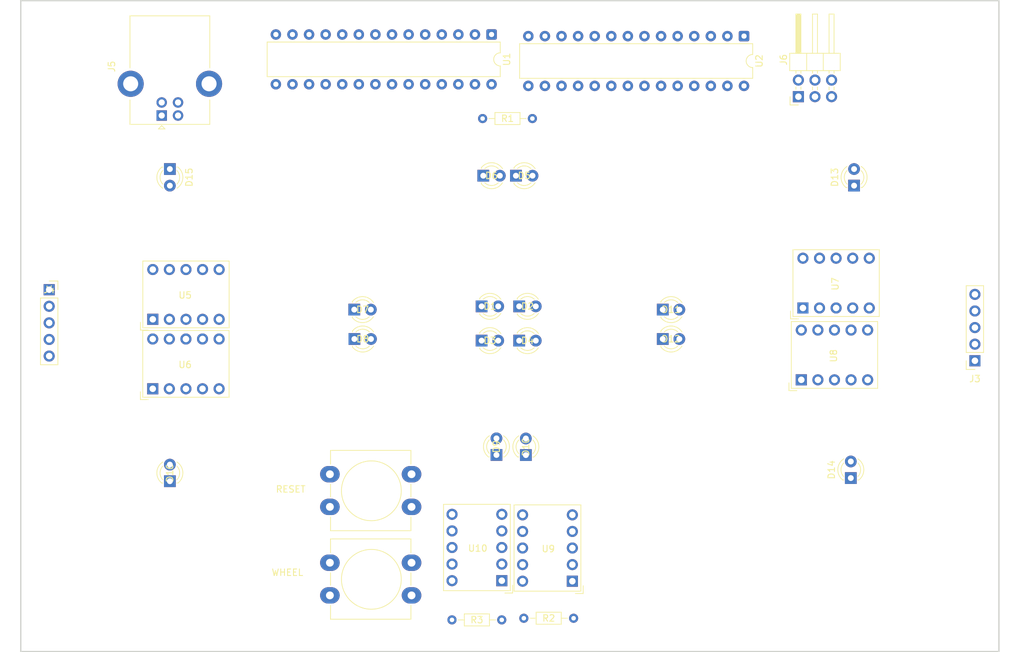
<source format=kicad_pcb>
(kicad_pcb (version 20241229) (generator "pcbnew") (generator_version "9.0")
  (layers (0 "F.Cu" signal) (2 "B.Cu" signal) (13 "F.Paste" user) (15 "B.Paste" user) (5 "F.SilkS" user "F.Silkscreen") (7 "B.SilkS" user "B.Silkscreen") (1 "F.Mask" user) (3 "B.Mask" user) (25 "Edge.Cuts" user))
  (net 0 "")
  (net 1 "/A")
  (net 2 "/DIG6")
  (net 3 "/B")
  (net 4 "/C")
  (net 5 "/D")
  (net 6 "/E")
  (net 7 "/F")
  (net 8 "/DP")
  (net 9 "/DIG7")
  (net 11 "GND")
  (net 12 "+5V")
  (net 14 "SCK")
  (net 15 "Reset")
  (net 16 "MISO")
  (net 17 "MOSI")
  (net 18 "Net-(U1-ISET)")
  (net 19 "/DIG3")
  (net 20 "/LOAD")
  (net 21 "/DIG1")
  (net 22 "/DIG5")
  (net 24 "/G")
  (net 25 "/DIG2")
  (net 26 "/DIG0")
  (net 27 "/DIG4")
  (net 28 "/PD0")
  (net 30 "/PD3")
  (net 32 "/PD1")
  (net 33 "/PD2")
  (net 39 "/PD6")
  (net 41 "/PD5")
  (net 42 "/PD4")
  (net 43 "/PD7")
  (net 44 "/PB0")
  (net 45 "/PB1")
  (footprint "LED_THT:LED_D3.0mm_Clear" (layer "F.Cu") (at 123 76.23 -90)
    (property "Reference" "D15" (at 1.27 -2.96 90) (layer "F.SilkS"))
    (property "Value" "LED")
    (fp_line (start -0.29 1.08) (end -0.29 1.236) (stroke (width 0.12)) (layer "F.SilkS"))
    (fp_line (start -0.29 -1.236) (end -0.29 -1.08) (stroke (width 0.12)) (layer "F.SilkS"))
    (fp_arc (start 2.941397 1.080061) (mid 1.365624 1.987701) (end -0.29 1.235516) (stroke (width 0.12)) (layer "F.SilkS"))
    (fp_arc (start 2.31091 1.080049) (mid 1.269964 1.5) (end 0.229039 1.08) (stroke (width 0.12)) (layer "F.SilkS"))
    (fp_arc (start 0.229039 -1.08) (mid 1.269964 -1.5) (end 2.31091 -1.080049) (stroke (width 0.12)) (layer "F.SilkS"))
    (fp_arc (start -0.29 -1.235516) (mid 1.365624 -1.987701) (end 2.941397 -1.080061) (stroke (width 0.12)) (layer "F.SilkS"))
    (pad "1" thru_hole rect (at 0 0 270) (size 1.8 1.8) (drill 0.9) (layers "*.Cu" "*.Mask") (net 9 "/DIG7"))
    (pad "2" thru_hole circle (at 2.54 0 270) (size 1.8 1.8) (drill 0.9) (layers "*.Cu" "*.Mask") (net 7 "/F"))
  )
  (footprint "LED_THT:LED_D3.0mm_Clear" (layer "F.Cu") (at 198.46 97.75)
    (property "Reference" "D11" (at 1.27 0 0) (layer "F.SilkS"))
    (property "Value" "LED")
    (fp_line (start -0.29 -1.236) (end -0.29 -1.08) (stroke (width 0.12)) (layer "F.SilkS"))
    (fp_line (start -0.29 1.08) (end -0.29 1.236) (stroke (width 0.12)) (layer "F.SilkS"))
    (fp_arc (start -0.29 -1.235516) (mid 1.365624 -1.987701) (end 2.941397 -1.080061) (stroke (width 0.12)) (layer "F.SilkS"))
    (fp_arc (start 0.229039 -1.08) (mid 1.269964 -1.5) (end 2.31091 -1.080049) (stroke (width 0.12)) (layer "F.SilkS"))
    (fp_arc (start 2.31091 1.080049) (mid 1.269964 1.5) (end 0.229039 1.08) (stroke (width 0.12)) (layer "F.SilkS"))
    (fp_arc (start 2.941397 1.080061) (mid 1.365624 1.987701) (end -0.29 1.235516) (stroke (width 0.12)) (layer "F.SilkS"))
    (pad "1" thru_hole rect (at 0 0) (size 1.8 1.8) (drill 0.9) (layers "*.Cu" "*.Mask") (net 9 "/DIG7"))
    (pad "2" thru_hole circle (at 2.54 0) (size 1.8 1.8) (drill 0.9) (layers "*.Cu" "*.Mask") (net 4 "/C"))
  )
  (footprint "Display_7Segment:Sx39-1xxxxx" (layer "F.Cu") (at 173.82 139.25 180)
    (property "Reference" "U10" (at 3.6825 4.9525 0) (layer "F.SilkS"))
    (property "Value" "HDSP-7403")
    (fp_line (start 8.92 11.69) (end 8.92 -1.53) (stroke (width 0.12)) (layer "F.SilkS"))
    (fp_line (start 8.92 -1.53) (end -1.3 -1.53) (stroke (width 0.12)) (layer "F.SilkS"))
    (fp_line (start -1.3 11.69) (end 8.92 11.69) (stroke (width 0.12)) (layer "F.SilkS"))
    (fp_line (start -1.3 -1.53) (end -1.3 11.69) (stroke (width 0.12)) (layer "F.SilkS"))
    (fp_line (start -1.66 -0.69) (end -1.66 -1.89) (stroke (width 0.12)) (layer "F.SilkS"))
    (fp_line (start -1.66 -1.89) (end -0.46 -1.89) (stroke (width 0.12)) (layer "F.SilkS"))
    (pad "1" thru_hole rect (at 0 0 180) (size 1.7 1.7) (drill 1) (layers "*.Cu" "*.Mask") (net 24 "/G"))
    (pad "2" thru_hole circle (at 0 2.54 180) (size 1.7 1.7) (drill 1) (layers "*.Cu" "*.Mask") (net 7 "/F"))
    (pad "3" thru_hole circle (at 0 5.08 180) (size 1.7 1.7) (drill 1) (layers "*.Cu" "*.Mask") (net 22 "/DIG5"))
    (pad "4" thru_hole circle (at 0 7.62 180) (size 1.7 1.7) (drill 1) (layers "*.Cu" "*.Mask") (net 6 "/E"))
    (pad "5" thru_hole circle (at 0 10.16 180) (size 1.7 1.7) (drill 1) (layers "*.Cu" "*.Mask") (net 5 "/D"))
    (pad "6" thru_hole circle (at 7.62 10.16 180) (size 1.7 1.7) (drill 1) (layers "*.Cu" "*.Mask") (net 8 "/DP"))
    (pad "7" thru_hole circle (at 7.62 7.62 180) (size 1.7 1.7) (drill 1) (layers "*.Cu" "*.Mask") (net 4 "/C"))
    (pad "8" thru_hole circle (at 7.62 5.08 180) (size 1.7 1.7) (drill 1) (layers "*.Cu" "*.Mask") (net 22 "/DIG5"))
    (pad "9" thru_hole circle (at 7.62 2.54 180) (size 1.7 1.7) (drill 1) (layers "*.Cu" "*.Mask") (net 3 "/B"))
    (pad "10" thru_hole circle (at 7.62 0 180) (size 1.7 1.7) (drill 1) (layers "*.Cu" "*.Mask") (net 1 "/A"))
  )
  (footprint "Connector_USB:USB_B_Lumberg_2411_02_Horizontal" (layer "F.Cu") (at 121.75 68.0375 90)
    (property "Reference" "J5" (at 7.5 -7.65 90) (layer "F.SilkS"))
    (property "Value" "USB_B")
    (fp_line (start 15.27 -4.86) (end 7.3 -4.86) (stroke (width 0.12)) (layer "F.SilkS"))
    (fp_line (start -1.35 -4.86) (end 2.4 -4.86) (stroke (width 0.12)) (layer "F.SilkS"))
    (fp_line (start -2.05 -0.5) (end -2.05 0.5) (stroke (width 0.12)) (layer "F.SilkS"))
    (fp_line (start -1.55 0) (end -2.05 -0.5) (stroke (width 0.12)) (layer "F.SilkS"))
    (fp_line (start -2.05 0.5) (end -1.55 0) (stroke (width 0.12)) (layer "F.SilkS"))
    (fp_line (start 15.27 7.36) (end 15.27 -4.86) (stroke (width 0.12)) (layer "F.SilkS"))
    (fp_line (start 15.27 7.36) (end 7.3 7.36) (stroke (width 0.12)) (layer "F.SilkS"))
    (fp_line (start -1.35 7.36) (end -1.35 -4.86) (stroke (width 0.12)) (layer "F.SilkS"))
    (fp_line (start -1.35 7.36) (end 2.4 7.36) (stroke (width 0.12)) (layer "F.SilkS"))
    (pad "1" thru_hole rect (at 0 0 180) (size 1.6 1.6) (drill 0.95) (layers "*.Cu" "*.Mask") (net 12 "+5V"))
    (pad "2" thru_hole circle (at 0 2.5 180) (size 1.6 1.6) (drill 0.95) (layers "*.Cu" "*.Mask"))
    (pad "3" thru_hole circle (at 2 2.5 180) (size 1.6 1.6) (drill 0.95) (layers "*.Cu" "*.Mask"))
    (pad "4" thru_hole circle (at 2 0 180) (size 1.6 1.6) (drill 0.95) (layers "*.Cu" "*.Mask") (net 11 "GND"))
    (pad "5" thru_hole circle (at 4.86 -4.75 180) (size 4 4) (drill 2.3) (layers "*.Cu" "*.Mask") (net 11 "GND"))
    (pad "5" thru_hole circle (at 4.86 7.25 180) (size 4 4) (drill 2.3) (layers "*.Cu" "*.Mask") (net 11 "GND"))
  )
  (footprint "LED_THT:LED_D3.0mm_Clear" (layer "F.Cu") (at 175.98 77.25)
    (property "Reference" "D5" (at 1.27 0 0) (layer "F.SilkS"))
    (property "Value" "LED")
    (fp_line (start -0.29 -1.236) (end -0.29 -1.08) (stroke (width 0.12)) (layer "F.SilkS"))
    (fp_line (start -0.29 1.08) (end -0.29 1.236) (stroke (width 0.12)) (layer "F.SilkS"))
    (fp_arc (start -0.29 -1.235516) (mid 1.365624 -1.987701) (end 2.941397 -1.080061) (stroke (width 0.12)) (layer "F.SilkS"))
    (fp_arc (start 0.229039 -1.08) (mid 1.269964 -1.5) (end 2.31091 -1.080049) (stroke (width 0.12)) (layer "F.SilkS"))
    (fp_arc (start 2.31091 1.080049) (mid 1.269964 1.5) (end 0.229039 1.08) (stroke (width 0.12)) (layer "F.SilkS"))
    (fp_arc (start 2.941397 1.080061) (mid 1.365624 1.987701) (end -0.29 1.235516) (stroke (width 0.12)) (layer "F.SilkS"))
    (pad "1" thru_hole rect (at 0 0) (size 1.8 1.8) (drill 0.9) (layers "*.Cu" "*.Mask") (net 2 "/DIG6"))
    (pad "2" thru_hole circle (at 2.54 0) (size 1.8 1.8) (drill 0.9) (layers "*.Cu" "*.Mask") (net 6 "/E"))
  )
  (footprint "Display_7Segment:Sx39-1xxxxx" (layer "F.Cu") (at 120.38 109.87 90)
    (property "Reference" "U6" (at 3.6825 4.9525 180) (layer "F.SilkS"))
    (property "Value" "HDSP-7403")
    (fp_line (start -1.66 -1.89) (end -0.46 -1.89) (stroke (width 0.12)) (layer "F.SilkS"))
    (fp_line (start 8.92 -1.53) (end -1.3 -1.53) (stroke (width 0.12)) (layer "F.SilkS"))
    (fp_line (start -1.3 -1.53) (end -1.3 11.69) (stroke (width 0.12)) (layer "F.SilkS"))
    (fp_line (start -1.66 -0.69) (end -1.66 -1.89) (stroke (width 0.12)) (layer "F.SilkS"))
    (fp_line (start 8.92 11.69) (end 8.92 -1.53) (stroke (width 0.12)) (layer "F.SilkS"))
    (fp_line (start -1.3 11.69) (end 8.92 11.69) (stroke (width 0.12)) (layer "F.SilkS"))
    (pad "1" thru_hole rect (at 0 0 90) (size 1.7 1.7) (drill 1) (layers "*.Cu" "*.Mask") (net 24 "/G"))
    (pad "2" thru_hole circle (at 0 2.54 90) (size 1.7 1.7) (drill 1) (layers "*.Cu" "*.Mask") (net 7 "/F"))
    (pad "3" thru_hole circle (at 0 5.08 90) (size 1.7 1.7) (drill 1) (layers "*.Cu" "*.Mask") (net 21 "/DIG1"))
    (pad "4" thru_hole circle (at 0 7.62 90) (size 1.7 1.7) (drill 1) (layers "*.Cu" "*.Mask") (net 6 "/E"))
    (pad "5" thru_hole circle (at 0 10.16 90) (size 1.7 1.7) (drill 1) (layers "*.Cu" "*.Mask") (net 5 "/D"))
    (pad "6" thru_hole circle (at 7.62 10.16 90) (size 1.7 1.7) (drill 1) (layers "*.Cu" "*.Mask") (net 8 "/DP"))
    (pad "7" thru_hole circle (at 7.62 7.62 90) (size 1.7 1.7) (drill 1) (layers "*.Cu" "*.Mask") (net 4 "/C"))
    (pad "8" thru_hole circle (at 7.62 5.08 90) (size 1.7 1.7) (drill 1) (layers "*.Cu" "*.Mask") (net 21 "/DIG1"))
    (pad "9" thru_hole circle (at 7.62 2.54 90) (size 1.7 1.7) (drill 1) (layers "*.Cu" "*.Mask") (net 3 "/B"))
    (pad "10" thru_hole circle (at 7.62 0 90) (size 1.7 1.7) (drill 1) (layers "*.Cu" "*.Mask") (net 1 "/A"))
  )
  (footprint "Resistor_THT:R_Axial_DIN0204_L3.6mm_D1.6mm_P7.62mm_Horizontal" (layer "F.Cu") (at 177.19 145)
    (property "Reference" "R2" (at 3.81 0 0) (layer "F.SilkS"))
    (property "Value" "10k")
    (fp_line (start 0.94 0) (end 1.89 0) (stroke (width 0.12)) (layer "F.SilkS"))
    (fp_line (start 1.89 -0.92) (end 1.89 0.92) (stroke (width 0.12)) (layer "F.SilkS"))
    (fp_line (start 1.89 0.92) (end 5.73 0.92) (stroke (width 0.12)) (layer "F.SilkS"))
    (fp_line (start 5.73 -0.92) (end 1.89 -0.92) (stroke (width 0.12)) (layer "F.SilkS"))
    (fp_line (start 5.73 0.92) (end 5.73 -0.92) (stroke (width 0.12)) (layer "F.SilkS"))
    (fp_line (start 6.68 0) (end 5.73 0) (stroke (width 0.12)) (layer "F.SilkS"))
    (pad "1" thru_hole circle (at 0 0) (size 1.4 1.4) (drill 0.7) (layers "*.Cu" "*.Mask") (net 44 "/PB0"))
    (pad "2" thru_hole oval (at 7.62 0) (size 1.4 1.4) (drill 0.7) (layers "*.Cu" "*.Mask") (net 11 "GND"))
  )
  (footprint "Connector_PinSocket_2.54mm:PinSocket_1x05_P2.54mm_Vertical" (layer "F.Cu") (at 246.25 105.58 180)
    (property "Reference" "J3" (at 0 -2.77 0) (layer "F.SilkS"))
    (property "Value" "Conn_01x05_Socket")
    (fp_line (start 1.33 1.27) (end 1.33 11.49) (stroke (width 0.12)) (layer "F.SilkS"))
    (fp_line (start 1.33 -1.33) (end 1.33 0) (stroke (width 0.12)) (layer "F.SilkS"))
    (fp_line (start 0 -1.33) (end 1.33 -1.33) (stroke (width 0.12)) (layer "F.SilkS"))
    (fp_line (start -1.33 11.49) (end 1.33 11.49) (stroke (width 0.12)) (layer "F.SilkS"))
    (fp_line (start -1.33 1.27) (end 1.33 1.27) (stroke (width 0.12)) (layer "F.SilkS"))
    (fp_line (start -1.33 1.27) (end -1.33 11.49) (stroke (width 0.12)) (layer "F.SilkS"))
    (pad "1" thru_hole rect (at 0 0 180) (size 1.7 1.7) (drill 1) (layers "*.Cu" "*.Mask") (net 28 "/PD0"))
    (pad "2" thru_hole oval (at 0 2.54 180) (size 1.7 1.7) (drill 1) (layers "*.Cu" "*.Mask") (net 32 "/PD1"))
    (pad "3" thru_hole oval (at 0 5.08 180) (size 1.7 1.7) (drill 1) (layers "*.Cu" "*.Mask") (net 33 "/PD2"))
    (pad "4" thru_hole oval (at 0 7.62 180) (size 1.7 1.7) (drill 1) (layers "*.Cu" "*.Mask") (net 30 "/PD3"))
    (pad "5" thru_hole oval (at 0 10.16 180) (size 1.7 1.7) (drill 1) (layers "*.Cu" "*.Mask") (net 11 "GND"))
  )
  (footprint "Connector_PinHeader_2.54mm:PinHeader_2x03_P2.54mm_Horizontal" (layer "F.Cu") (at 219.225 65.15 90)
    (property "Reference" "J6" (at 5.655 -2.27 90) (layer "F.SilkS"))
    (property "Value" "ISP header")
    (fp_line (start 6.64 -1.33) (end 3.98 -1.33) (stroke (width 0.12)) (layer "F.SilkS"))
    (fp_line (start 3.98 -1.33) (end 3.98 6.41) (stroke (width 0.12)) (layer "F.SilkS"))
    (fp_line (start -1.27 -1.27) (end 0 -1.27) (stroke (width 0.12)) (layer "F.SilkS"))
    (fp_line (start 12.64 -0.38) (end 12.64 0.38) (stroke (width 0.12)) (layer "F.SilkS"))
    (fp_line (start 6.64 -0.38) (end 12.64 -0.38) (stroke (width 0.12)) (layer "F.SilkS"))
    (fp_line (start 3.582929 -0.38) (end 3.98 -0.38) (stroke (width 0.12)) (layer "F.SilkS"))
    (fp_line (start 1.11 -0.38) (end 1.497071 -0.38) (stroke (width 0.12)) (layer "F.SilkS"))
    (fp_line (start 6.64 -0.32) (end 12.64 -0.32) (stroke (width 0.12)) (layer "F.SilkS"))
    (fp_line (start 6.64 -0.2) (end 12.64 -0.2) (stroke (width 0.12)) (layer "F.SilkS"))
    (fp_line (start 6.64 -0.08) (end 12.64 -0.08) (stroke (width 0.12)) (layer "F.SilkS"))
    (fp_line (start -1.27 0) (end -1.27 -1.27) (stroke (width 0.12)) (layer "F.SilkS"))
    (fp_line (start 6.64 0.04) (end 12.64 0.04) (stroke (width 0.12)) (layer "F.SilkS"))
    (fp_line (start 6.64 0.16) (end 12.64 0.16) (stroke (width 0.12)) (layer "F.SilkS"))
    (fp_line (start 6.64 0.28) (end 12.64 0.28) (stroke (width 0.12)) (layer "F.SilkS"))
    (fp_line (start 12.64 0.38) (end 6.64 0.38) (stroke (width 0.12)) (layer "F.SilkS"))
    (fp_line (start 3.582929 0.38) (end 3.98 0.38) (stroke (width 0.12)) (layer "F.SilkS"))
    (fp_line (start 1.11 0.38) (end 1.497071 0.38) (stroke (width 0.12)) (layer "F.SilkS"))
    (fp_line (start 3.98 1.27) (end 6.64 1.27) (stroke (width 0.12)) (layer "F.SilkS"))
    (fp_line (start 12.64 2.16) (end 12.64 2.92) (stroke (width 0.12)) (layer "F.SilkS"))
    (fp_line (start 6.64 2.16) (end 12.64 2.16) (stroke (width 0.12)) (layer "F.SilkS"))
    (fp_line (start 3.582929 2.16) (end 3.98 2.16) (stroke (width 0.12)) (layer "F.SilkS"))
    (fp_line (start 1.042929 2.16) (end 1.497071 2.16) (stroke (width 0.12)) (layer "F.SilkS"))
    (fp_line (start 12.64 2.92) (end 6.64 2.92) (stroke (width 0.12)) (layer "F.SilkS"))
    (fp_line (start 3.582929 2.92) (end 3.98 2.92) (stroke (width 0.12)) (layer "F.SilkS"))
    (fp_line (start 1.042929 2.92) (end 1.497071 2.92) (stroke (width 0.12)) (layer "F.SilkS"))
    (fp_line (start 3.98 3.81) (end 6.64 3.81) (stroke (width 0.12)) (layer "F.SilkS"))
    (fp_line (start 12.64 4.7) (end 12.64 5.46) (stroke (width 0.12)) (layer "F.SilkS"))
    (fp_line (start 6.64 4.7) (end 12.64 4.7) (stroke (width 0.12)) (layer "F.SilkS"))
    (fp_line (start 3.582929 4.7) (end 3.98 4.7) (stroke (width 0.12)) (layer "F.SilkS"))
    (fp_line (start 1.042929 4.7) (end 1.497071 4.7) (stroke (width 0.12)) (layer "F.SilkS"))
    (fp_line (start 12.64 5.46) (end 6.64 5.46) (stroke (width 0.12)) (layer "F.SilkS"))
    (fp_line (start 3.582929 5.46) (end 3.98 5.46) (stroke (width 0.12)) (layer "F.SilkS"))
    (fp_line (start 1.042929 5.46) (end 1.497071 5.46) (stroke (width 0.12)) (layer "F.SilkS"))
    (fp_line (start 6.64 6.41) (end 6.64 -1.33) (stroke (width 0.12)) (layer "F.SilkS"))
    (fp_line (start 3.98 6.41) (end 6.64 6.41) (stroke (width 0.12)) (layer "F.SilkS"))
    (pad "1" thru_hole rect (at 0 0 90) (size 1.7 1.7) (drill 1) (layers "*.Cu" "*.Mask") (net 16 "MISO"))
    (pad "2" thru_hole oval (at 2.54 0 90) (size 1.7 1.7) (drill 1) (layers "*.Cu" "*.Mask") (net 12 "+5V"))
    (pad "3" thru_hole oval (at 0 2.54 90) (size 1.7 1.7) (drill 1) (layers "*.Cu" "*.Mask") (net 14 "SCK"))
    (pad "4" thru_hole oval (at 2.54 2.54 90) (size 1.7 1.7) (drill 1) (layers "*.Cu" "*.Mask") (net 17 "MOSI"))
    (pad "5" thru_hole oval (at 0 5.08 90) (size 1.7 1.7) (drill 1) (layers "*.Cu" "*.Mask") (net 15 "Reset"))
    (pad "6" thru_hole oval (at 2.54 5.08 90) (size 1.7 1.7) (drill 1) (layers "*.Cu" "*.Mask") (net 11 "GND"))
  )
  (footprint "Package_DIP:DIP-28_W7.62mm" (layer "F.Cu") (at 210.9 55.88 -90)
    (property "Reference" "U2" (at 3.81 -2.33 90) (layer "F.SilkS"))
    (property "Value" "ATmega328P-P")
    (fp_line (start 1.16 34.35) (end 6.46 34.35) (stroke (width 0.12)) (layer "F.SilkS"))
    (fp_line (start 6.46 34.35) (end 6.46 -1.33) (stroke (width 0.12)) (layer "F.SilkS"))
    (fp_line (start 1.16 -1.33) (end 1.16 34.35) (stroke (width 0.12)) (layer "F.SilkS"))
    (fp_line (start 2.81 -1.33) (end 1.16 -1.33) (stroke (width 0.12)) (layer "F.SilkS"))
    (fp_line (start 6.46 -1.33) (end 4.81 -1.33) (stroke (width 0.12)) (layer "F.SilkS"))
    (fp_arc (start 4.81 -1.33) (mid 3.81 -0.33) (end 2.81 -1.33) (stroke (width 0.12)) (layer "F.SilkS"))
    (pad "1" thru_hole roundrect (at 0 0 270) (size 1.6 1.6) (drill 0.8) (layers "*.Cu" "*.Mask") (roundrect_rratio 0.15625))
    (pad "2" thru_hole circle (at 0 2.54 270) (size 1.6 1.6) (drill 0.8) (layers "*.Cu" "*.Mask") (net 28 "/PD0"))
    (pad "3" thru_hole circle (at 0 5.08 270) (size 1.6 1.6) (drill 0.8) (layers "*.Cu" "*.Mask") (net 32 "/PD1"))
    (pad "4" thru_hole circle (at 0 7.62 270) (size 1.6 1.6) (drill 0.8) (layers "*.Cu" "*.Mask") (net 33 "/PD2"))
    (pad "5" thru_hole circle (at 0 10.16 270) (size 1.6 1.6) (drill 0.8) (layers "*.Cu" "*.Mask") (net 30 "/PD3"))
    (pad "6" thru_hole circle (at 0 12.7 270) (size 1.6 1.6) (drill 0.8) (layers "*.Cu" "*.Mask") (net 42 "/PD4"))
    (pad "7" thru_hole circle (at 0 15.24 270) (size 1.6 1.6) (drill 0.8) (layers "*.Cu" "*.Mask") (net 12 "+5V"))
    (pad "8" thru_hole circle (at 0 17.78 270) (size 1.6 1.6) (drill 0.8) (layers "*.Cu" "*.Mask") (net 11 "GND"))
    (pad "9" thru_hole circle (at 0 20.32 270) (size 1.6 1.6) (drill 0.8) (layers "*.Cu" "*.Mask"))
    (pad "10" thru_hole circle (at 0 22.86 270) (size 1.6 1.6) (drill 0.8) (layers "*.Cu" "*.Mask"))
    (pad "11" thru_hole circle (at 0 25.4 270) (size 1.6 1.6) (drill 0.8) (layers "*.Cu" "*.Mask") (net 41 "/PD5"))
    (pad "12" thru_hole circle (at 0 27.94 270) (size 1.6 1.6) (drill 0.8) (layers "*.Cu" "*.Mask") (net 39 "/PD6"))
    (pad "13" thru_hole circle (at 0 30.48 270) (size 1.6 1.6) (drill 0.8) (layers "*.Cu" "*.Mask") (net 43 "/PD7"))
    (pad "14" thru_hole circle (at 0 33.02 270) (size 1.6 1.6) (drill 0.8) (layers "*.Cu" "*.Mask") (net 44 "/PB0"))
    (pad "15" thru_hole circle (at 7.62 33.02 270) (size 1.6 1.6) (drill 0.8) (layers "*.Cu" "*.Mask") (net 45 "/PB1"))
    (pad "16" thru_hole circle (at 7.62 30.48 270) (size 1.6 1.6) (drill 0.8) (layers "*.Cu" "*.Mask") (net 20 "/LOAD"))
    (pad "17" thru_hole circle (at 7.62 27.94 270) (size 1.6 1.6) (drill 0.8) (layers "*.Cu" "*.Mask") (net 17 "MOSI"))
    (pad "18" thru_hole circle (at 7.62 25.4 270) (size 1.6 1.6) (drill 0.8) (layers "*.Cu" "*.Mask") (net 16 "MISO"))
    (pad "19" thru_hole circle (at 7.62 22.86 270) (size 1.6 1.6) (drill 0.8) (layers "*.Cu" "*.Mask") (net 14 "SCK"))
    (pad "20" thru_hole circle (at 7.62 20.32 270) (size 1.6 1.6) (drill 0.8) (layers "*.Cu" "*.Mask"))
    (pad "21" thru_hole circle (at 7.62 17.78 270) (size 1.6 1.6) (drill 0.8) (layers "*.Cu" "*.Mask"))
    (pad "22" thru_hole circle (at 7.62 15.24 270) (size 1.6 1.6) (drill 0.8) (layers "*.Cu" "*.Mask") (net 11 "GND"))
    (pad "23" thru_hole circle (at 7.62 12.7 270) (size 1.6 1.6) (drill 0.8) (layers "*.Cu" "*.Mask") (net 12 "+5V"))
    (pad "24" thru_hole circle (at 7.62 10.16 270) (size 1.6 1.6) (drill 0.8) (layers "*.Cu" "*.Mask"))
    (pad "25" thru_hole circle (at 7.62 7.62 270) (size 1.6 1.6) (drill 0.8) (layers "*.Cu" "*.Mask"))
    (pad "26" thru_hole circle (at 7.62 5.08 270) (size 1.6 1.6) (drill 0.8) (layers "*.Cu" "*.Mask"))
    (pad "27" thru_hole circle (at 7.62 2.54 270) (size 1.6 1.6) (drill 0.8) (layers "*.Cu" "*.Mask"))
    (pad "28" thru_hole circle (at 7.62 0 270) (size 1.6 1.6) (drill 0.8) (layers "*.Cu" "*.Mask"))
  )
  (footprint "Package_DIP:DIP-28_W7.62mm" (layer "F.Cu") (at 172.25 55.63 -90)
    (property "Reference" "U1" (at 3.81 -2.33 270) (layer "F.SilkS"))
    (property "Value" "MAX7219")
    (fp_line (start 1.16 34.35) (end 6.46 34.35) (stroke (width 0.12)) (layer "F.SilkS"))
    (fp_line (start 6.46 34.35) (end 6.46 -1.33) (stroke (width 0.12)) (layer "F.SilkS"))
    (fp_line (start 1.16 -1.33) (end 1.16 34.35) (stroke (width 0.12)) (layer "F.SilkS"))
    (fp_line (start 2.81 -1.33) (end 1.16 -1.33) (stroke (width 0.12)) (layer "F.SilkS"))
    (fp_line (start 6.46 -1.33) (end 4.81 -1.33) (stroke (width 0.12)) (layer "F.SilkS"))
    (fp_arc (start 4.81 -1.33) (mid 3.81 -0.33) (end 2.81 -1.33) (stroke (width 0.12)) (layer "F.SilkS"))
    (pad "1" thru_hole roundrect (at 0 0 270) (size 1.6 1.6) (drill 0.8) (layers "*.Cu" "*.Mask") (roundrect_rratio 0.15625) (net 17 "MOSI"))
    (pad "2" thru_hole circle (at 0 2.54 270) (size 1.6 1.6) (drill 0.8) (layers "*.Cu" "*.Mask") (net 26 "/DIG0"))
    (pad "3" thru_hole circle (at 0 5.08 270) (size 1.6 1.6) (drill 0.8) (layers "*.Cu" "*.Mask") (net 27 "/DIG4"))
    (pad "4" thru_hole circle (at 0 7.62 270) (size 1.6 1.6) (drill 0.8) (layers "*.Cu" "*.Mask") (net 11 "GND"))
    (pad "5" thru_hole circle (at 0 10.16 270) (size 1.6 1.6) (drill 0.8) (layers "*.Cu" "*.Mask") (net 2 "/DIG6"))
    (pad "6" thru_hole circle (at 0 12.7 270) (size 1.6 1.6) (drill 0.8) (layers "*.Cu" "*.Mask") (net 25 "/DIG2"))
    (pad "7" thru_hole circle (at 0 15.24 270) (size 1.6 1.6) (drill 0.8) (layers "*.Cu" "*.Mask") (net 19 "/DIG3"))
    (pad "8" thru_hole circle (at 0 17.78 270) (size 1.6 1.6) (drill 0.8) (layers "*.Cu" "*.Mask") (net 9 "/DIG7"))
    (pad "9" thru_hole circle (at 0 20.32 270) (size 1.6 1.6) (drill 0.8) (layers "*.Cu" "*.Mask") (net 11 "GND"))
    (pad "10" thru_hole circle (at 0 22.86 270) (size 1.6 1.6) (drill 0.8) (layers "*.Cu" "*.Mask") (net 22 "/DIG5"))
    (pad "11" thru_hole circle (at 0 25.4 270) (size 1.6 1.6) (drill 0.8) (layers "*.Cu" "*.Mask") (net 21 "/DIG1"))
    (pad "12" thru_hole circle (at 0 27.94 270) (size 1.6 1.6) (drill 0.8) (layers "*.Cu" "*.Mask") (net 20 "/LOAD"))
    (pad "13" thru_hole circle (at 0 30.48 270) (size 1.6 1.6) (drill 0.8) (layers "*.Cu" "*.Mask") (net 14 "SCK"))
    (pad "14" thru_hole circle (at 0 33.02 270) (size 1.6 1.6) (drill 0.8) (layers "*.Cu" "*.Mask") (net 1 "/A"))
    (pad "15" thru_hole circle (at 7.62 33.02 270) (size 1.6 1.6) (drill 0.8) (layers "*.Cu" "*.Mask") (net 7 "/F"))
    (pad "16" thru_hole circle (at 7.62 30.48 270) (size 1.6 1.6) (drill 0.8) (layers "*.Cu" "*.Mask") (net 3 "/B"))
    (pad "17" thru_hole circle (at 7.62 27.94 270) (size 1.6 1.6) (drill 0.8) (layers "*.Cu" "*.Mask") (net 24 "/G"))
    (pad "18" thru_hole circle (at 7.62 25.4 270) (size 1.6 1.6) (drill 0.8) (layers "*.Cu" "*.Mask") (net 18 "Net-(U1-ISET)"))
    (pad "19" thru_hole circle (at 7.62 22.86 270) (size 1.6 1.6) (drill 0.8) (layers "*.Cu" "*.Mask") (net 12 "+5V"))
    (pad "20" thru_hole circle (at 7.62 20.32 270) (size 1.6 1.6) (drill 0.8) (layers "*.Cu" "*.Mask") (net 4 "/C"))
    (pad "21" thru_hole circle (at 7.62 17.78 270) (size 1.6 1.6) (drill 0.8) (layers "*.Cu" "*.Mask") (net 6 "/E"))
    (pad "22" thru_hole circle (at 7.62 15.24 270) (size 1.6 1.6) (drill 0.8) (layers "*.Cu" "*.Mask") (net 8 "/DP"))
    (pad "23" thru_hole circle (at 7.62 12.7 270) (size 1.6 1.6) (drill 0.8) (layers "*.Cu" "*.Mask") (net 5 "/D"))
    (pad "24" thru_hole circle (at 7.62 10.16 270) (size 1.6 1.6) (drill 0.8) (layers "*.Cu" "*.Mask"))
    (pad "25" thru_hole circle (at 7.62 7.62 270) (size 1.6 1.6) (drill 0.8) (layers "*.Cu" "*.Mask"))
    (pad "26" thru_hole circle (at 7.62 5.08 270) (size 1.6 1.6) (drill 0.8) (layers "*.Cu" "*.Mask"))
    (pad "27" thru_hole circle (at 7.62 2.54 270) (size 1.6 1.6) (drill 0.8) (layers "*.Cu" "*.Mask"))
    (pad "28" thru_hole circle (at 7.62 0 270) (size 1.6 1.6) (drill 0.8) (layers "*.Cu" "*.Mask"))
  )
  (footprint "Connector_PinSocket_2.54mm:PinSocket_1x05_P2.54mm_Vertical" (layer "F.Cu") (at 104.525 94.7)
    (property "Reference" "J4" (at 0 0 0) (layer "F.SilkS"))
    (property "Value" "Conn_01x05_Socket")
    (fp_line (start -1.33 1.27) (end -1.33 11.49) (stroke (width 0.12)) (layer "F.SilkS"))
    (fp_line (start -1.33 1.27) (end 1.33 1.27) (stroke (width 0.12)) (layer "F.SilkS"))
    (fp_line (start -1.33 11.49) (end 1.33 11.49) (stroke (width 0.12)) (layer "F.SilkS"))
    (fp_line (start 0 -1.33) (end 1.33 -1.33) (stroke (width 0.12)) (layer "F.SilkS"))
    (fp_line (start 1.33 -1.33) (end 1.33 0) (stroke (width 0.12)) (layer "F.SilkS"))
    (fp_line (start 1.33 1.27) (end 1.33 11.49) (stroke (width 0.12)) (layer "F.SilkS"))
    (pad "1" thru_hole rect (at 0 0) (size 1.7 1.7) (drill 1) (layers "*.Cu" "*.Mask") (net 42 "/PD4"))
    (pad "2" thru_hole oval (at 0 2.54) (size 1.7 1.7) (drill 1) (layers "*.Cu" "*.Mask") (net 41 "/PD5"))
    (pad "3" thru_hole oval (at 0 5.08) (size 1.7 1.7) (drill 1) (layers "*.Cu" "*.Mask") (net 39 "/PD6"))
    (pad "4" thru_hole oval (at 0 7.62) (size 1.7 1.7) (drill 1) (layers "*.Cu" "*.Mask") (net 43 "/PD7"))
    (pad "5" thru_hole oval (at 0 10.16) (size 1.7 1.7) (drill 1) (layers "*.Cu" "*.Mask") (net 11 "GND"))
  )
  (footprint "Resistor_THT:R_Axial_DIN0204_L3.6mm_D1.6mm_P7.62mm_Horizontal" (layer "F.Cu") (at 166.19 145.25)
    (property "Reference" "R3" (at 3.81 0 0) (layer "F.SilkS"))
    (property "Value" "10k")
    (fp_line (start 0.94 0) (end 1.89 0) (stroke (width 0.12)) (layer "F.SilkS"))
    (fp_line (start 1.89 -0.92) (end 1.89 0.92) (stroke (width 0.12)) (layer "F.SilkS"))
    (fp_line (start 1.89 0.92) (end 5.73 0.92) (stroke (width 0.12)) (layer "F.SilkS"))
    (fp_line (start 5.73 -0.92) (end 1.89 -0.92) (stroke (width 0.12)) (layer "F.SilkS"))
    (fp_line (start 5.73 0.92) (end 5.73 -0.92) (stroke (width 0.12)) (layer "F.SilkS"))
    (fp_line (start 6.68 0) (end 5.73 0) (stroke (width 0.12)) (layer "F.SilkS"))
    (pad "1" thru_hole circle (at 0 0) (size 1.4 1.4) (drill 0.7) (layers "*.Cu" "*.Mask") (net 45 "/PB1"))
    (pad "2" thru_hole oval (at 7.62 0) (size 1.4 1.4) (drill 0.7) (layers "*.Cu" "*.Mask") (net 11 "GND"))
  )
  (footprint "LED_THT:LED_D3.0mm_Clear" (layer "F.Cu") (at 151.25 102.25)
    (property "Reference" "D8" (at 1.27 0 0) (layer "F.SilkS"))
    (property "Value" "LED")
    (fp_line (start -0.29 -1.236) (end -0.29 -1.08) (stroke (width 0.12)) (layer "F.SilkS"))
    (fp_line (start -0.29 1.08) (end -0.29 1.236) (stroke (width 0.12)) (layer "F.SilkS"))
    (fp_arc (start -0.29 -1.235516) (mid 1.365624 -1.987701) (end 2.941397 -1.080061) (stroke (width 0.12)) (layer "F.SilkS"))
    (fp_arc (start 0.229039 -1.08) (mid 1.269964 -1.5) (end 2.31091 -1.080049) (stroke (width 0.12)) (layer "F.SilkS"))
    (fp_arc (start 2.31091 1.080049) (mid 1.269964 1.5) (end 0.229039 1.08) (stroke (width 0.12)) (layer "F.SilkS"))
    (fp_arc (start 2.941397 1.080061) (mid 1.365624 1.987701) (end -0.29 1.235516) (stroke (width 0.12)) (layer "F.SilkS"))
    (pad "1" thru_hole rect (at 0 0) (size 1.8 1.8) (drill 0.9) (layers "*.Cu" "*.Mask") (net 2 "/DIG6"))
    (pad "2" thru_hole circle (at 2.54 0) (size 1.8 1.8) (drill 0.9) (layers "*.Cu" "*.Mask") (net 8 "/DP"))
  )
  (footprint "Display_7Segment:Sx39-1xxxxx" (layer "F.Cu") (at 120.3875 99.2325 90)
    (property "Reference" "U5" (at 3.6825 4.9525 180) (layer "F.SilkS"))
    (property "Value" "HDSP-7403")
    (fp_line (start -1.66 -1.89) (end -0.46 -1.89) (stroke (width 0.12)) (layer "F.SilkS"))
    (fp_line (start 8.92 -1.53) (end -1.3 -1.53) (stroke (width 0.12)) (layer "F.SilkS"))
    (fp_line (start -1.3 -1.53) (end -1.3 11.69) (stroke (width 0.12)) (layer "F.SilkS"))
    (fp_line (start -1.66 -0.69) (end -1.66 -1.89) (stroke (width 0.12)) (layer "F.SilkS"))
    (fp_line (start 8.92 11.69) (end 8.92 -1.53) (stroke (width 0.12)) (layer "F.SilkS"))
    (fp_line (start -1.3 11.69) (end 8.92 11.69) (stroke (width 0.12)) (layer "F.SilkS"))
    (pad "1" thru_hole rect (at 0 0 90) (size 1.7 1.7) (drill 1) (layers "*.Cu" "*.Mask") (net 24 "/G"))
    (pad "2" thru_hole circle (at 0 2.54 90) (size 1.7 1.7) (drill 1) (layers "*.Cu" "*.Mask") (net 7 "/F"))
    (pad "3" thru_hole circle (at 0 5.08 90) (size 1.7 1.7) (drill 1) (layers "*.Cu" "*.Mask") (net 26 "/DIG0"))
    (pad "4" thru_hole circle (at 0 7.62 90) (size 1.7 1.7) (drill 1) (layers "*.Cu" "*.Mask") (net 6 "/E"))
    (pad "5" thru_hole circle (at 0 10.16 90) (size 1.7 1.7) (drill 1) (layers "*.Cu" "*.Mask") (net 5 "/D"))
    (pad "6" thru_hole circle (at 7.62 10.16 90) (size 1.7 1.7) (drill 1) (layers "*.Cu" "*.Mask") (net 8 "/DP"))
    (pad "7" thru_hole circle (at 7.62 7.62 90) (size 1.7 1.7) (drill 1) (layers "*.Cu" "*.Mask") (net 4 "/C"))
    (pad "8" thru_hole circle (at 7.62 5.08 90) (size 1.7 1.7) (drill 1) (layers "*.Cu" "*.Mask") (net 26 "/DIG0"))
    (pad "9" thru_hole circle (at 7.62 2.54 90) (size 1.7 1.7) (drill 1) (layers "*.Cu" "*.Mask") (net 3 "/B"))
    (pad "10" thru_hole circle (at 7.62 0 90) (size 1.7 1.7) (drill 1) (layers "*.Cu" "*.Mask") (net 1 "/A"))
  )
  (footprint "LED_THT:LED_D3.0mm_Clear" (layer "F.Cu") (at 177.5 120.02 90)
    (property "Reference" "D10" (at 1.27 0 90) (layer "F.SilkS"))
    (property "Value" "LED")
    (fp_line (start -0.29 -1.236) (end -0.29 -1.08) (stroke (width 0.12)) (layer "F.SilkS"))
    (fp_line (start -0.29 1.08) (end -0.29 1.236) (stroke (width 0.12)) (layer "F.SilkS"))
    (fp_arc (start -0.29 -1.235516) (mid 1.365624 -1.987701) (end 2.941397 -1.080061) (stroke (width 0.12)) (layer "F.SilkS"))
    (fp_arc (start 0.229039 -1.08) (mid 1.269964 -1.5) (end 2.31091 -1.080049) (stroke (width 0.12)) (layer "F.SilkS"))
    (fp_arc (start 2.31091 1.080049) (mid 1.269964 1.5) (end 0.229039 1.08) (stroke (width 0.12)) (layer "F.SilkS"))
    (fp_arc (start 2.941397 1.080061) (mid 1.365624 1.987701) (end -0.29 1.235516) (stroke (width 0.12)) (layer "F.SilkS"))
    (pad "1" thru_hole rect (at 0 0 90) (size 1.8 1.8) (drill 0.9) (layers "*.Cu" "*.Mask") (net 9 "/DIG7"))
    (pad "2" thru_hole circle (at 2.54 0 90) (size 1.8 1.8) (drill 0.9) (layers "*.Cu" "*.Mask") (net 3 "/B"))
  )
  (footprint "Display_7Segment:Sx39-1xxxxx" (layer "F.Cu") (at 184.62 139.33 180)
    (property "Reference" "U9" (at 3.6825 4.9525 0) (layer "F.SilkS"))
    (property "Value" "HDSP-7403")
    (fp_line (start 8.92 11.69) (end 8.92 -1.53) (stroke (width 0.12)) (layer "F.SilkS"))
    (fp_line (start 8.92 -1.53) (end -1.3 -1.53) (stroke (width 0.12)) (layer "F.SilkS"))
    (fp_line (start -1.3 11.69) (end 8.92 11.69) (stroke (width 0.12)) (layer "F.SilkS"))
    (fp_line (start -1.3 -1.53) (end -1.3 11.69) (stroke (width 0.12)) (layer "F.SilkS"))
    (fp_line (start -1.66 -0.69) (end -1.66 -1.89) (stroke (width 0.12)) (layer "F.SilkS"))
    (fp_line (start -1.66 -1.89) (end -0.46 -1.89) (stroke (width 0.12)) (layer "F.SilkS"))
    (pad "1" thru_hole rect (at 0 0 180) (size 1.7 1.7) (drill 1) (layers "*.Cu" "*.Mask") (net 24 "/G"))
    (pad "2" thru_hole circle (at 0 2.54 180) (size 1.7 1.7) (drill 1) (layers "*.Cu" "*.Mask") (net 7 "/F"))
    (pad "3" thru_hole circle (at 0 5.08 180) (size 1.7 1.7) (drill 1) (layers "*.Cu" "*.Mask") (net 27 "/DIG4"))
    (pad "4" thru_hole circle (at 0 7.62 180) (size 1.7 1.7) (drill 1) (layers "*.Cu" "*.Mask") (net 6 "/E"))
    (pad "5" thru_hole circle (at 0 10.16 180) (size 1.7 1.7) (drill 1) (layers "*.Cu" "*.Mask") (net 5 "/D"))
    (pad "6" thru_hole circle (at 7.62 10.16 180) (size 1.7 1.7) (drill 1) (layers "*.Cu" "*.Mask") (net 8 "/DP"))
    (pad "7" thru_hole circle (at 7.62 7.62 180) (size 1.7 1.7) (drill 1) (layers "*.Cu" "*.Mask") (net 4 "/C"))
    (pad "8" thru_hole circle (at 7.62 5.08 180) (size 1.7 1.7) (drill 1) (layers "*.Cu" "*.Mask") (net 27 "/DIG4"))
    (pad "9" thru_hole circle (at 7.62 2.54 180) (size 1.7 1.7) (drill 1) (layers "*.Cu" "*.Mask") (net 3 "/B"))
    (pad "10" thru_hole circle (at 7.62 0 180) (size 1.7 1.7) (drill 1) (layers "*.Cu" "*.Mask") (net 1 "/A"))
  )
  (footprint "LED_THT:LED_D3.0mm_Clear" (layer "F.Cu") (at 151.23 97.75)
    (property "Reference" "D7" (at 1.27 0 0) (layer "F.SilkS"))
    (property "Value" "LED")
    (fp_line (start -0.29 -1.236) (end -0.29 -1.08) (stroke (width 0.12)) (layer "F.SilkS"))
    (fp_line (start -0.29 1.08) (end -0.29 1.236) (stroke (width 0.12)) (layer "F.SilkS"))
    (fp_arc (start -0.29 -1.235516) (mid 1.365624 -1.987701) (end 2.941397 -1.080061) (stroke (width 0.12)) (layer "F.SilkS"))
    (fp_arc (start 0.229039 -1.08) (mid 1.269964 -1.5) (end 2.31091 -1.080049) (stroke (width 0.12)) (layer "F.SilkS"))
    (fp_arc (start 2.31091 1.080049) (mid 1.269964 1.5) (end 0.229039 1.08) (stroke (width 0.12)) (layer "F.SilkS"))
    (fp_arc (start 2.941397 1.080061) (mid 1.365624 1.987701) (end -0.29 1.235516) (stroke (width 0.12)) (layer "F.SilkS"))
    (pad "1" thru_hole rect (at 0 0) (size 1.8 1.8) (drill 0.9) (layers "*.Cu" "*.Mask") (net 2 "/DIG6"))
    (pad "2" thru_hole circle (at 2.54 0) (size 1.8 1.8) (drill 0.9) (layers "*.Cu" "*.Mask") (net 7 "/F"))
  )
  (footprint "LED_THT:LED_D3.0mm_Clear" (layer "F.Cu") (at 176.48 102.5)
    (property "Reference" "D4" (at 1.27 0 0) (layer "F.SilkS"))
    (property "Value" "LED")
    (fp_line (start -0.29 -1.236) (end -0.29 -1.08) (stroke (width 0.12)) (layer "F.SilkS"))
    (fp_line (start -0.29 1.08) (end -0.29 1.236) (stroke (width 0.12)) (layer "F.SilkS"))
    (fp_arc (start -0.29 -1.235516) (mid 1.365624 -1.987701) (end 2.941397 -1.080061) (stroke (width 0.12)) (layer "F.SilkS"))
    (fp_arc (start 0.229039 -1.08) (mid 1.269964 -1.5) (end 2.31091 -1.080049) (stroke (width 0.12)) (layer "F.SilkS"))
    (fp_arc (start 2.31091 1.080049) (mid 1.269964 1.5) (end 0.229039 1.08) (stroke (width 0.12)) (layer "F.SilkS"))
    (fp_arc (start 2.941397 1.080061) (mid 1.365624 1.987701) (end -0.29 1.235516) (stroke (width 0.12)) (layer "F.SilkS"))
    (pad "1" thru_hole rect (at 0 0) (size 1.8 1.8) (drill 0.9) (layers "*.Cu" "*.Mask") (net 2 "/DIG6"))
    (pad "2" thru_hole circle (at 2.54 0) (size 1.8 1.8) (drill 0.9) (layers "*.Cu" "*.Mask") (net 5 "/D"))
  )
  (footprint "LED_THT:LED_D3.0mm_Clear" (layer "F.Cu") (at 170.73 102.5)
    (property "Reference" "D3" (at 1.27 0 0) (layer "F.SilkS"))
    (property "Value" "LED")
    (fp_line (start -0.29 -1.236) (end -0.29 -1.08) (stroke (width 0.12)) (layer "F.SilkS"))
    (fp_line (start -0.29 1.08) (end -0.29 1.236) (stroke (width 0.12)) (layer "F.SilkS"))
    (fp_arc (start -0.29 -1.235516) (mid 1.365624 -1.987701) (end 2.941397 -1.080061) (stroke (width 0.12)) (layer "F.SilkS"))
    (fp_arc (start 0.229039 -1.08) (mid 1.269964 -1.5) (end 2.31091 -1.080049) (stroke (width 0.12)) (layer "F.SilkS"))
    (fp_arc (start 2.31091 1.080049) (mid 1.269964 1.5) (end 0.229039 1.08) (stroke (width 0.12)) (layer "F.SilkS"))
    (fp_arc (start 2.941397 1.080061) (mid 1.365624 1.987701) (end -0.29 1.235516) (stroke (width 0.12)) (layer "F.SilkS"))
    (pad "1" thru_hole rect (at 0 0) (size 1.8 1.8) (drill 0.9) (layers "*.Cu" "*.Mask") (net 2 "/DIG6"))
    (pad "2" thru_hole circle (at 2.54 0) (size 1.8 1.8) (drill 0.9) (layers "*.Cu" "*.Mask") (net 4 "/C"))
  )
  (footprint "LED_THT:LED_D3.0mm_Clear" (layer "F.Cu") (at 170.98 77.25)
    (property "Reference" "D6" (at 1.27 0 0) (layer "F.SilkS"))
    (property "Value" "LED")
    (fp_line (start -0.29 -1.236) (end -0.29 -1.08) (stroke (width 0.12)) (layer "F.SilkS"))
    (fp_line (start -0.29 1.08) (end -0.29 1.236) (stroke (width 0.12)) (layer "F.SilkS"))
    (fp_arc (start -0.29 -1.235516) (mid 1.365624 -1.987701) (end 2.941397 -1.080061) (stroke (width 0.12)) (layer "F.SilkS"))
    (fp_arc (start 0.229039 -1.08) (mid 1.269964 -1.5) (end 2.31091 -1.080049) (stroke (width 0.12)) (layer "F.SilkS"))
    (fp_arc (start 2.31091 1.080049) (mid 1.269964 1.5) (end 0.229039 1.08) (stroke (width 0.12)) (layer "F.SilkS"))
    (fp_arc (start 2.941397 1.080061) (mid 1.365624 1.987701) (end -0.29 1.235516) (stroke (width 0.12)) (layer "F.SilkS"))
    (pad "1" thru_hole rect (at 0 0) (size 1.8 1.8) (drill 0.9) (layers "*.Cu" "*.Mask") (net 2 "/DIG6"))
    (pad "2" thru_hole circle (at 2.54 0) (size 1.8 1.8) (drill 0.9) (layers "*.Cu" "*.Mask") (net 7 "/F"))
  )
  (footprint "LED_THT:LED_D3.0mm_Clear" (layer "F.Cu") (at 176.48 97.25)
    (property "Reference" "D2" (at 1.27 0 0) (layer "F.SilkS"))
    (property "Value" "LED")
    (fp_line (start -0.29 -1.236) (end -0.29 -1.08) (stroke (width 0.12)) (layer "F.SilkS"))
    (fp_line (start -0.29 1.08) (end -0.29 1.236) (stroke (width 0.12)) (layer "F.SilkS"))
    (fp_arc (start -0.29 -1.235516) (mid 1.365624 -1.987701) (end 2.941397 -1.080061) (stroke (width 0.12)) (layer "F.SilkS"))
    (fp_arc (start 0.229039 -1.08) (mid 1.269964 -1.5) (end 2.31091 -1.080049) (stroke (width 0.12)) (layer "F.SilkS"))
    (fp_arc (start 2.31091 1.080049) (mid 1.269964 1.5) (end 0.229039 1.08) (stroke (width 0.12)) (layer "F.SilkS"))
    (fp_arc (start 2.941397 1.080061) (mid 1.365624 1.987701) (end -0.29 1.235516) (stroke (width 0.12)) (layer "F.SilkS"))
    (pad "1" thru_hole rect (at 0 0) (size 1.8 1.8) (drill 0.9) (layers "*.Cu" "*.Mask") (net 2 "/DIG6"))
    (pad "2" thru_hole circle (at 2.54 0) (size 1.8 1.8) (drill 0.9) (layers "*.Cu" "*.Mask") (net 3 "/B"))
  )
  (footprint "Display_7Segment:Sx39-1xxxxx" (layer "F.Cu") (at 219.92 97.5 90)
    (property "Reference" "U7" (at 3.6825 4.9525 90) (layer "F.SilkS"))
    (property "Value" "HDSP-7403")
    (fp_line (start -1.66 -1.89) (end -0.46 -1.89) (stroke (width 0.12)) (layer "F.SilkS"))
    (fp_line (start 8.92 -1.53) (end -1.3 -1.53) (stroke (width 0.12)) (layer "F.SilkS"))
    (fp_line (start -1.3 -1.53) (end -1.3 11.69) (stroke (width 0.12)) (layer "F.SilkS"))
    (fp_line (start -1.66 -0.69) (end -1.66 -1.89) (stroke (width 0.12)) (layer "F.SilkS"))
    (fp_line (start 8.92 11.69) (end 8.92 -1.53) (stroke (width 0.12)) (layer "F.SilkS"))
    (fp_line (start -1.3 11.69) (end 8.92 11.69) (stroke (width 0.12)) (layer "F.SilkS"))
    (pad "1" thru_hole rect (at 0 0 90) (size 1.7 1.7) (drill 1) (layers "*.Cu" "*.Mask") (net 24 "/G"))
    (pad "2" thru_hole circle (at 0 2.54 90) (size 1.7 1.7) (drill 1) (layers "*.Cu" "*.Mask") (net 7 "/F"))
    (pad "3" thru_hole circle (at 0 5.08 90) (size 1.7 1.7) (drill 1) (layers "*.Cu" "*.Mask") (net 25 "/DIG2"))
    (pad "4" thru_hole circle (at 0 7.62 90) (size 1.7 1.7) (drill 1) (layers "*.Cu" "*.Mask") (net 6 "/E"))
    (pad "5" thru_hole circle (at 0 10.16 90) (size 1.7 1.7) (drill 1) (layers "*.Cu" "*.Mask") (net 5 "/D"))
    (pad "6" thru_hole circle (at 7.62 10.16 90) (size 1.7 1.7) (drill 1) (layers "*.Cu" "*.Mask") (net 8 "/DP"))
    (pad "7" thru_hole circle (at 7.62 7.62 90) (size 1.7 1.7) (drill 1) (layers "*.Cu" "*.Mask") (net 4 "/C"))
    (pad "8" thru_hole circle (at 7.62 5.08 90) (size 1.7 1.7) (drill 1) (layers "*.Cu" "*.Mask") (net 25 "/DIG2"))
    (pad "9" thru_hole circle (at 7.62 2.54 90) (size 1.7 1.7) (drill 1) (layers "*.Cu" "*.Mask") (net 3 "/B"))
    (pad "10" thru_hole circle (at 7.62 0 90) (size 1.7 1.7) (drill 1) (layers "*.Cu" "*.Mask") (net 1 "/A"))
  )
  (footprint "LED_THT:LED_D3.0mm_Clear" (layer "F.Cu") (at 170.73 97.25)
    (property "Reference" "D1" (at 1.27 0 0) (layer "F.SilkS"))
    (property "Value" "LED")
    (fp_line (start -0.29 -1.236) (end -0.29 -1.08) (stroke (width 0.12)) (layer "F.SilkS"))
    (fp_line (start -0.29 1.08) (end -0.29 1.236) (stroke (width 0.12)) (layer "F.SilkS"))
    (fp_arc (start -0.29 -1.235516) (mid 1.365624 -1.987701) (end 2.941397 -1.080061) (stroke (width 0.12)) (layer "F.SilkS"))
    (fp_arc (start 0.229039 -1.08) (mid 1.269964 -1.5) (end 2.31091 -1.080049) (stroke (width 0.12)) (layer "F.SilkS"))
    (fp_arc (start 2.31091 1.080049) (mid 1.269964 1.5) (end 0.229039 1.08) (stroke (width 0.12)) (layer "F.SilkS"))
    (fp_arc (start 2.941397 1.080061) (mid 1.365624 1.987701) (end -0.29 1.235516) (stroke (width 0.12)) (layer "F.SilkS"))
    (pad "1" thru_hole rect (at 0 0) (size 1.8 1.8) (drill 0.9) (layers "*.Cu" "*.Mask") (net 2 "/DIG6"))
    (pad "2" thru_hole circle (at 2.54 0) (size 1.8 1.8) (drill 0.9) (layers "*.Cu" "*.Mask") (net 1 "/A"))
  )
  (footprint "LED_THT:LED_D3.0mm_Clear" (layer "F.Cu") (at 173 120 90)
    (property "Reference" "D9" (at 1.27 0 90) (layer "F.SilkS"))
    (property "Value" "LED")
    (fp_line (start -0.29 -1.236) (end -0.29 -1.08) (stroke (width 0.12)) (layer "F.SilkS"))
    (fp_line (start -0.29 1.08) (end -0.29 1.236) (stroke (width 0.12)) (layer "F.SilkS"))
    (fp_arc (start -0.29 -1.235516) (mid 1.365624 -1.987701) (end 2.941397 -1.080061) (stroke (width 0.12)) (layer "F.SilkS"))
    (fp_arc (start 0.229039 -1.08) (mid 1.269964 -1.5) (end 2.31091 -1.080049) (stroke (width 0.12)) (layer "F.SilkS"))
    (fp_arc (start 2.31091 1.080049) (mid 1.269964 1.5) (end 0.229039 1.08) (stroke (width 0.12)) (layer "F.SilkS"))
    (fp_arc (start 2.941397 1.080061) (mid 1.365624 1.987701) (end -0.29 1.235516) (stroke (width 0.12)) (layer "F.SilkS"))
    (pad "1" thru_hole rect (at 0 0 90) (size 1.8 1.8) (drill 0.9) (layers "*.Cu" "*.Mask") (net 9 "/DIG7"))
    (pad "2" thru_hole circle (at 2.54 0 90) (size 1.8 1.8) (drill 0.9) (layers "*.Cu" "*.Mask") (net 1 "/A"))
  )
  (footprint "LED_THT:LED_D3.0mm_Clear" (layer "F.Cu") (at 227.75 78.77 90)
    (property "Reference" "D13" (at 1.27 -2.96 90) (layer "F.SilkS"))
    (property "Value" "LED")
    (fp_line (start -0.29 -1.236) (end -0.29 -1.08) (stroke (width 0.12)) (layer "F.SilkS"))
    (fp_line (start -0.29 1.08) (end -0.29 1.236) (stroke (width 0.12)) (layer "F.SilkS"))
    (fp_arc (start -0.29 -1.235516) (mid 1.365624 -1.987701) (end 2.941397 -1.080061) (stroke (width 0.12)) (layer "F.SilkS"))
    (fp_arc (start 0.229039 -1.08) (mid 1.269964 -1.5) (end 2.31091 -1.080049) (stroke (width 0.12)) (layer "F.SilkS"))
    (fp_arc (start 2.31091 1.080049) (mid 1.269964 1.5) (end 0.229039 1.08) (stroke (width 0.12)) (layer "F.SilkS"))
    (fp_arc (start 2.941397 1.080061) (mid 1.365624 1.987701) (end -0.29 1.235516) (stroke (width 0.12)) (layer "F.SilkS"))
    (pad "1" thru_hole rect (at 0 0 90) (size 1.8 1.8) (drill 0.9) (layers "*.Cu" "*.Mask") (net 9 "/DIG7"))
    (pad "2" thru_hole circle (at 2.54 0 90) (size 1.8 1.8) (drill 0.9) (layers "*.Cu" "*.Mask") (net 6 "/E"))
  )
  (footprint "Resistor_THT:R_Axial_DIN0204_L3.6mm_D1.6mm_P7.62mm_Horizontal" (layer "F.Cu") (at 178.5 68.5 180)
    (property "Reference" "R1" (at 3.81 0 0) (layer "F.SilkS"))
    (property "Value" "10k")
    (fp_line (start 6.68 0) (end 5.73 0) (stroke (width 0.12)) (layer "F.SilkS"))
    (fp_line (start 5.73 0.92) (end 5.73 -0.92) (stroke (width 0.12)) (layer "F.SilkS"))
    (fp_line (start 5.73 -0.92) (end 1.89 -0.92) (stroke (width 0.12)) (layer "F.SilkS"))
    (fp_line (start 1.89 0.92) (end 5.73 0.92) (stroke (width 0.12)) (layer "F.SilkS"))
    (fp_line (start 1.89 -0.92) (end 1.89 0.92) (stroke (width 0.12)) (layer "F.SilkS"))
    (fp_line (start 0.94 0) (end 1.89 0) (stroke (width 0.12)) (layer "F.SilkS"))
    (pad "1" thru_hole circle (at 0 0 180) (size 1.4 1.4) (drill 0.7) (layers "*.Cu" "*.Mask") (net 11 "GND"))
    (pad "2" thru_hole oval (at 7.62 0 180) (size 1.4 1.4) (drill 0.7) (layers "*.Cu" "*.Mask") (net 18 "Net-(U1-ISET)"))
  )
  (footprint "LED_THT:LED_D3.0mm_Clear" (layer "F.Cu") (at 227.25 123.54 90)
    (property "Reference" "D14" (at 1.27 -2.96 90) (layer "F.SilkS"))
    (property "Value" "LED")
    (fp_line (start -0.29 -1.236) (end -0.29 -1.08) (stroke (width 0.12)) (layer "F.SilkS"))
    (fp_line (start -0.29 1.08) (end -0.29 1.236) (stroke (width 0.12)) (layer "F.SilkS"))
    (fp_arc (start -0.29 -1.235516) (mid 1.365624 -1.987701) (end 2.941397 -1.080061) (stroke (width 0.12)) (layer "F.SilkS"))
    (fp_arc (start 0.229039 -1.08) (mid 1.269964 -1.5) (end 2.31091 -1.080049) (stroke (width 0.12)) (layer "F.SilkS"))
    (fp_arc (start 2.31091 1.080049) (mid 1.269964 1.5) (end 0.229039 1.08) (stroke (width 0.12)) (layer "F.SilkS"))
    (fp_arc (start 2.941397 1.080061) (mid 1.365624 1.987701) (end -0.29 1.235516) (stroke (width 0.12)) (layer "F.SilkS"))
    (pad "1" thru_hole rect (at 0 0 90) (size 1.8 1.8) (drill 0.9) (layers "*.Cu" "*.Mask") (net 9 "/DIG7"))
    (pad "2" thru_hole circle (at 2.54 0 90) (size 1.8 1.8) (drill 0.9) (layers "*.Cu" "*.Mask") (net 7 "/F"))
  )
  (footprint "Display_7Segment:Sx39-1xxxxx" (layer "F.Cu") (at 219.67 108.5 90)
    (property "Reference" "U8" (at 3.6825 4.9525 90) (layer "F.SilkS"))
    (property "Value" "HDSP-7403")
    (fp_line (start -1.66 -1.89) (end -0.46 -1.89) (stroke (width 0.12)) (layer "F.SilkS"))
    (fp_line (start 8.92 -1.53) (end -1.3 -1.53) (stroke (width 0.12)) (layer "F.SilkS"))
    (fp_line (start -1.3 -1.53) (end -1.3 11.69) (stroke (width 0.12)) (layer "F.SilkS"))
    (fp_line (start -1.66 -0.69) (end -1.66 -1.89) (stroke (width 0.12)) (layer "F.SilkS"))
    (fp_line (start 8.92 11.69) (end 8.92 -1.53) (stroke (width 0.12)) (layer "F.SilkS"))
    (fp_line (start -1.3 11.69) (end 8.92 11.69) (stroke (width 0.12)) (layer "F.SilkS"))
    (pad "1" thru_hole rect (at 0 0 90) (size 1.7 1.7) (drill 1) (layers "*.Cu" "*.Mask") (net 24 "/G"))
    (pad "2" thru_hole circle (at 0 2.54 90) (size 1.7 1.7) (drill 1) (layers "*.Cu" "*.Mask") (net 7 "/F"))
    (pad "3" thru_hole circle (at 0 5.08 90) (size 1.7 1.7) (drill 1) (layers "*.Cu" "*.Mask") (net 19 "/DIG3"))
    (pad "4" thru_hole circle (at 0 7.62 90) (size 1.7 1.7) (drill 1) (layers "*.Cu" "*.Mask") (net 6 "/E"))
    (pad "5" thru_hole circle (at 0 10.16 90) (size 1.7 1.7) (drill 1) (layers "*.Cu" "*.Mask") (net 5 "/D"))
    (pad "6" thru_hole circle (at 7.62 10.16 90) (size 1.7 1.7) (drill 1) (layers "*.Cu" "*.Mask") (net 8 "/DP"))
    (pad "7" thru_hole circle (at 7.62 7.62 90) (size 1.7 1.7) (drill 1) (layers "*.Cu" "*.Mask") (net 4 "/C"))
    (pad "8" thru_hole circle (at 7.62 5.08 90) (size 1.7 1.7) (drill 1) (layers "*.Cu" "*.Mask") (net 19 "/DIG3"))
    (pad "9" thru_hole circle (at 7.62 2.54 90) (size 1.7 1.7) (drill 1) (layers "*.Cu" "*.Mask") (net 3 "/B"))
    (pad "10" thru_hole circle (at 7.62 0 90) (size 1.7 1.7) (drill 1) (layers "*.Cu" "*.Mask") (net 1 "/A"))
  )
  (footprint "LED_THT:LED_D3.0mm_Clear" (layer "F.Cu") (at 198.46 102.25)
    (property "Reference" "D12" (at 1.27 0 0) (layer "F.SilkS"))
    (property "Value" "LED")
    (fp_line (start -0.29 -1.236) (end -0.29 -1.08) (stroke (width 0.12)) (layer "F.SilkS"))
    (fp_line (start -0.29 1.08) (end -0.29 1.236) (stroke (width 0.12)) (layer "F.SilkS"))
    (fp_arc (start -0.29 -1.235516) (mid 1.365624 -1.987701) (end 2.941397 -1.080061) (stroke (width 0.12)) (layer "F.SilkS"))
    (fp_arc (start 0.229039 -1.08) (mid 1.269964 -1.5) (end 2.31091 -1.080049) (stroke (width 0.12)) (layer "F.SilkS"))
    (fp_arc (start 2.31091 1.080049) (mid 1.269964 1.5) (end 0.229039 1.08) (stroke (width 0.12)) (layer "F.SilkS"))
    (fp_arc (start 2.941397 1.080061) (mid 1.365624 1.987701) (end -0.29 1.235516) (stroke (width 0.12)) (layer "F.SilkS"))
    (pad "1" thru_hole rect (at 0 0) (size 1.8 1.8) (drill 0.9) (layers "*.Cu" "*.Mask") (net 9 "/DIG7"))
    (pad "2" thru_hole circle (at 2.54 0) (size 1.8 1.8) (drill 0.9) (layers "*.Cu" "*.Mask") (net 5 "/D"))
  )
  (footprint "Button_Switch_THT:SW_PUSH-12mm_Wuerth-430476085716" (layer "F.Cu") (at 147.5 122.95)
    (property "Reference" "RESET" (at -6 2.3 0) (layer "F.SilkS"))
    (property "Value" "SW_pin12")
    (fp_line (start 0.1 -3.65) (end 12.4 -3.65) (stroke (width 0.12)) (layer "F.SilkS"))
    (fp_line (start 0.1 -1.53) (end 0.1 -3.65) (stroke (width 0.12)) (layer "F.SilkS"))
    (fp_line (start 0.1 3.47) (end 0.1 1.53) (stroke (width 0.12)) (layer "F.SilkS"))
    (fp_line (start 0.1 8.65) (end 0.1 6.53) (stroke (width 0.12)) (layer "F.SilkS"))
    (fp_line (start 12.4 -3.65) (end 12.4 -1.53) (stroke (width 0.12)) (layer "F.SilkS"))
    (fp_line (start 12.4 1.53) (end 12.4 3.47) (stroke (width 0.12)) (layer "F.SilkS"))
    (fp_line (start 12.4 6.53) (end 12.4 8.65) (stroke (width 0.12)) (layer "F.SilkS"))
    (fp_line (start 12.4 8.65) (end 0.1 8.65) (stroke (width 0.12)) (layer "F.SilkS"))
    (fp_circle (center 6.35 2.54) (end 10.92905 2.54) (stroke (width 0.12)) (fill no) (layer "F.SilkS"))
    (pad "1" thru_hole oval (at 0 0) (size 3 2.5) (drill 1.2) (layers "*.Cu" "*.Mask") (net 12 "+5V"))
    (pad "1" thru_hole oval (at 12.5 0) (size 3 2.5) (drill 1.2) (layers "*.Cu" "*.Mask") (net 12 "+5V"))
    (pad "2" thru_hole oval (at 0 5) (size 3 2.5) (drill 1.2) (layers "*.Cu" "*.Mask"))
    (pad "2" thru_hole oval (at 12.5 5) (size 3 2.5) (drill 1.2) (layers "*.Cu" "*.Mask"))
  )
  (footprint "LED_THT:LED_D3.0mm_Clear" (layer "F.Cu") (at 123 124.02 90)
    (property "Reference" "D16" (at 1.27 0 90) (layer "F.SilkS"))
    (property "Value" "LED")
    (fp_line (start -0.29 -1.236) (end -0.29 -1.08) (stroke (width 0.12)) (layer "F.SilkS"))
    (fp_line (start -0.29 1.08) (end -0.29 1.236) (stroke (width 0.12)) (layer "F.SilkS"))
    (fp_arc (start -0.29 -1.235516) (mid 1.365624 -1.987701) (end 2.941397 -1.080061) (stroke (width 0.12)) (layer "F.SilkS"))
    (fp_arc (start 0.229039 -1.08) (mid 1.269964 -1.5) (end 2.31091 -1.080049) (stroke (width 0.12)) (layer "F.SilkS"))
    (fp_arc (start 2.31091 1.080049) (mid 1.269964 1.5) (end 0.229039 1.08) (stroke (width 0.12)) (layer "F.SilkS"))
    (fp_arc (start 2.941397 1.080061) (mid 1.365624 1.987701) (end -0.29 1.235516) (stroke (width 0.12)) (layer "F.SilkS"))
    (pad "1" thru_hole rect (at 0 0 90) (size 1.8 1.8) (drill 0.9) (layers "*.Cu" "*.Mask") (net 9 "/DIG7"))
    (pad "2" thru_hole circle (at 2.54 0 90) (size 1.8 1.8) (drill 0.9) (layers "*.Cu" "*.Mask") (net 8 "/DP"))
  )
  (footprint "Button_Switch_THT:SW_PUSH-12mm_Wuerth-430476085716" (layer "F.Cu") (at 147.5 136.5)
    (property "Reference" "WHEEL" (at -6.5 1.5 0) (layer "F.SilkS"))
    (property "Value" "SW_pin12")
    (fp_line (start 0.1 -3.65) (end 12.4 -3.65) (stroke (width 0.12)) (layer "F.SilkS"))
    (fp_line (start 0.1 -1.53) (end 0.1 -3.65) (stroke (width 0.12)) (layer "F.SilkS"))
    (fp_line (start 0.1 3.47) (end 0.1 1.53) (stroke (width 0.12)) (layer "F.SilkS"))
    (fp_line (start 0.1 8.65) (end 0.1 6.53) (stroke (width 0.12)) (layer "F.SilkS"))
    (fp_line (start 12.4 -3.65) (end 12.4 -1.53) (stroke (width 0.12)) (layer "F.SilkS"))
    (fp_line (start 12.4 1.53) (end 12.4 3.47) (stroke (width 0.12)) (layer "F.SilkS"))
    (fp_line (start 12.4 6.53) (end 12.4 8.65) (stroke (width 0.12)) (layer "F.SilkS"))
    (fp_line (start 12.4 8.65) (end 0.1 8.65) (stroke (width 0.12)) (layer "F.SilkS"))
    (fp_circle (center 6.35 2.54) (end 10.92905 2.54) (stroke (width 0.12)) (fill no) (layer "F.SilkS"))
    (pad "1" thru_hole oval (at 0 0) (size 3 2.5) (drill 1.2) (layers "*.Cu" "*.Mask") (net 12 "+5V"))
    (pad "1" thru_hole oval (at 12.5 0) (size 3 2.5) (drill 1.2) (layers "*.Cu" "*.Mask") (net 12 "+5V"))
    (pad "2" thru_hole oval (at 0 5) (size 3 2.5) (drill 1.2) (layers "*.Cu" "*.Mask"))
    (pad "2" thru_hole oval (at 12.5 5) (size 3 2.5) (drill 1.2) (layers "*.Cu" "*.Mask"))
  )
  (gr_rect (start 100.175 50.45) (end 249.925 150.1) (stroke (width 0.2)) (fill no) (layer "Edge.Cuts"))
)
</source>
